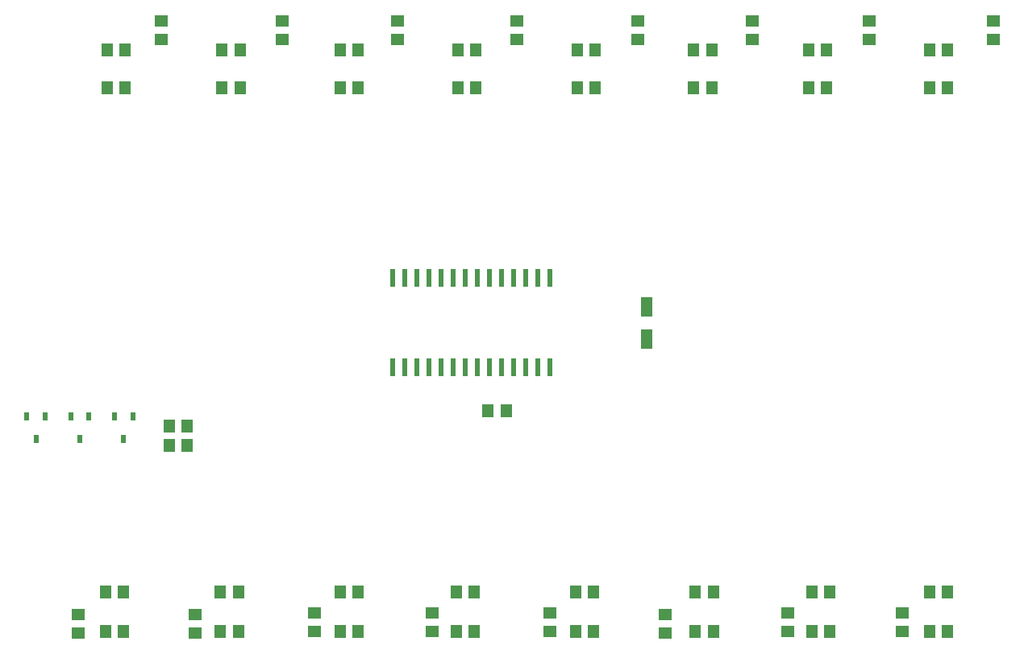
<source format=gbr>
G04 DipTrace 3.3.1.3*
G04 TopPaste.gbr*
%MOIN*%
G04 #@! TF.FileFunction,Paste,Top*
G04 #@! TF.Part,Single*
%ADD41R,0.021591X0.037339*%
%ADD43R,0.051118X0.084583*%
%ADD49R,0.019622X0.07474*%
%ADD55R,0.055055X0.047181*%
%ADD57R,0.047181X0.055055*%
%FSLAX26Y26*%
G04*
G70*
G90*
G75*
G01*
G04 TopPaste*
%LPD*%
D57*
X2706500Y1756500D3*
X2631697D3*
D55*
X1281500Y3369000D3*
Y3294197D3*
X1781520Y3369000D3*
Y3294197D3*
X2256520Y3369000D3*
Y3294197D3*
D49*
X2237749Y1937751D3*
X2287749D3*
X2337749D3*
X2387749D3*
X2437749D3*
X2487749D3*
X2537749D3*
X2587749D3*
X2637749D3*
X2687749D3*
X2737749D3*
X2787749D3*
X2837749D3*
X2887749D3*
Y2307829D3*
X2837749D3*
X2787749D3*
X2737749D3*
X2687749D3*
X2637749D3*
X2587749D3*
X2537749D3*
X2487749D3*
X2437749D3*
X2387749D3*
X2337749D3*
X2287749D3*
X2237749D3*
D55*
X2750260Y3369000D3*
Y3294197D3*
X3250249Y3369000D3*
Y3294197D3*
X3725251Y3369000D3*
Y3294197D3*
X4206500Y3369000D3*
Y3294197D3*
X4719000Y3369000D3*
Y3294197D3*
X937751Y837751D3*
Y912554D3*
X1419000Y837751D3*
Y912554D3*
X1912751Y844000D3*
Y918803D3*
X2400249Y844000D3*
Y918803D3*
X2887751Y844000D3*
Y918803D3*
X3362751Y837751D3*
Y912554D3*
X3869000Y844000D3*
Y918803D3*
X4344000Y844000D3*
Y918803D3*
D43*
X3287751Y2187749D3*
Y2053891D3*
D41*
X981500Y1731500D3*
X906697D3*
X944098Y1640949D3*
D57*
X1387554Y1694000D3*
X1312751D3*
X1387749Y1612751D3*
X1312946D3*
D41*
X800249Y1731500D3*
X725446D3*
X762848Y1640949D3*
X1162749Y1731500D3*
X1087946D3*
X1125348Y1640949D3*
D57*
X1131303Y3250251D3*
X1056500D3*
X1131303Y3094000D3*
X1056500D3*
X1606303Y3250251D3*
X1531500D3*
X1606303Y3094000D3*
X1531500D3*
X2093803Y3250249D3*
X2019000D3*
X2094000Y3094000D3*
X2019197D3*
X2581303Y3250251D3*
X2506500D3*
X2581303Y3094000D3*
X2506500D3*
X3075054Y3250251D3*
X3000251D3*
X3075054Y3094000D3*
X3000251D3*
X3556303Y3250251D3*
X3481500D3*
X3556303Y3094000D3*
X3481500D3*
X4031303Y3250249D3*
X3956500D3*
X4031303Y3094000D3*
X3956500D3*
X4531303Y3250251D3*
X4456500D3*
X4531303Y3094000D3*
X4456500D3*
X1050251Y844000D3*
X1125054D3*
X1050251Y1006500D3*
X1125054D3*
X1525260Y844000D3*
X1600063D3*
X1525251Y1006500D3*
X1600054D3*
X2019000Y844000D3*
X2093803D3*
X2019000Y1006500D3*
X2093803D3*
X2500251Y844000D3*
X2575054D3*
X2500231Y1006500D3*
X2575034D3*
X2994000Y844000D3*
X3068803D3*
X2994000Y1006500D3*
X3068803D3*
X3487760Y844000D3*
X3562563D3*
X3487751Y1006500D3*
X3562554D3*
X3969000Y844000D3*
X4043803D3*
X3969000Y1006500D3*
X4043803D3*
X4456520Y844000D3*
X4531323D3*
X4456500Y1006500D3*
X4531303D3*
M02*

</source>
